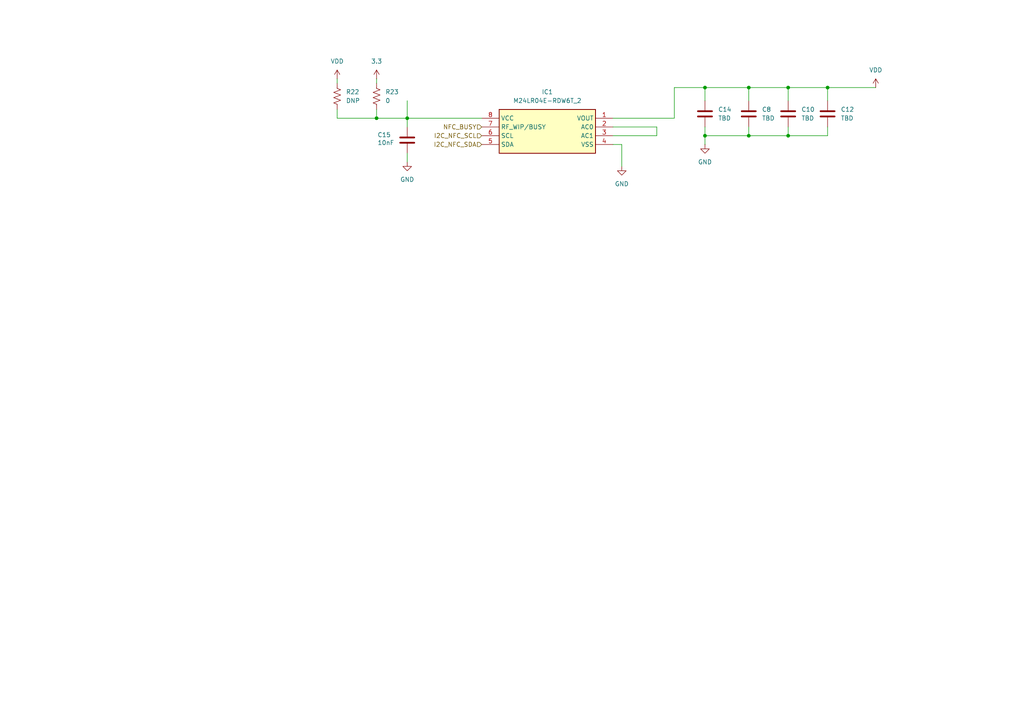
<source format=kicad_sch>
(kicad_sch (version 20231120) (generator "eeschema") (generator_version "8.0")
  (paper "A4")
  (lib_symbols
    (symbol "C_1" (pin_numbers hide) (pin_names (offset 0.254))
      (property "Reference" "C" (at 0.635 2.54 0))
      (property "Value" "C" (at 0.635 -2.54 0))
      (symbol "C_1_0_1"
        (polyline (pts (xy -2.032 -0.762) (xy 2.032 -0.762)) (stroke (width 0.508)))
        (polyline (pts (xy -2.032 0.762) (xy 2.032 0.762)) (stroke (width 0.508)))
      )
      (symbol "C_1_1_1"
        (pin passive line (at 0 3.81 270) (length 2.794) (name "~") (number "1"))
        (pin passive line (at 0 -3.81 90) (length 2.794) (name "~") (number "2"))
      )
    )
    (symbol "Device:C" (pin_numbers hide) (pin_names (offset 0.254))
      (property "Reference" "C" (at 0.635 2.54 0))
      (property "Value" "C" (at 0.635 -2.54 0))
      (symbol "C_0_1"
        (polyline (pts (xy -2.032 -0.762) (xy 2.032 -0.762)) (stroke (width 0.508)))
        (polyline (pts (xy -2.032 0.762) (xy 2.032 0.762)) (stroke (width 0.508)))
      )
      (symbol "C_1_1"
        (pin passive line (at 0 3.81 270) (length 2.794) (name "~") (number "1"))
        (pin passive line (at 0 -3.81 90) (length 2.794) (name "~") (number "2"))
      )
    )
    (symbol "Device:R_US" (pin_numbers hide) (pin_names (offset 0))
      (property "Reference" "R" (at 2.54 0 90))
      (property "Value" "R_US" (at -2.54 0 90))
      (symbol "R_US_0_1"
        (polyline (pts (xy 0 -2.286) (xy 0 -2.54)))
        (polyline (pts (xy 0 2.286) (xy 0 2.54)))
        (polyline (pts (xy 0 -0.762) (xy 1.016 -1.143) (xy 0 -1.524) (xy -1.016 -1.905) (xy 0 -2.286)))
        (polyline (pts (xy 0 0.762) (xy 1.016 0.381) (xy 0 0) (xy -1.016 -0.381) (xy 0 -0.762)))
        (polyline (pts (xy 0 2.286) (xy 1.016 1.905) (xy 0 1.524) (xy -1.016 1.143) (xy 0 0.762)))
      )
      (symbol "R_US_1_1"
        (pin passive line (at 0 3.81 270) (length 1.27) (name "~") (number "1"))
        (pin passive line (at 0 -3.81 90) (length 1.27) (name "~") (number "2"))
      )
    )
    (symbol "SamacSys_Parts:M24LR04E-RDW6T_2"
      (property "Reference" "IC" (at 34.29 7.62 0))
      (property "Value" "M24LR04E-RDW6T_2" (at 34.29 5.08 0))
      (symbol "M24LR04E-RDW6T_2_1_1"
        (rectangle (start 5.08 2.54) (end 33.02 -10.16) (stroke (width 0.254)) (fill (type background)))
        (pin output line (at 0 0 0) (length 5.08) (name "VOUT") (number "1"))
        (pin passive line (at 0 -2.54 0) (length 5.08) (name "AC0") (number "2"))
        (pin passive line (at 0 -5.08 0) (length 5.08) (name "AC1") (number "3"))
        (pin power_in line (at 0 -7.62 0) (length 5.08) (name "VSS") (number "4"))
        (pin passive line (at 38.1 -7.62 180) (length 5.08) (name "SDA") (number "5"))
        (pin passive line (at 38.1 -5.08 180) (length 5.08) (name "SCL") (number "6"))
        (pin passive line (at 38.1 -2.54 180) (length 5.08) (name "RF_WIP/BUSY") (number "7"))
        (pin power_in line (at 38.1 0 180) (length 5.08) (name "VCC") (number "8"))
      )
    )
    (symbol "power:GND" (power) (pin_numbers hide) (pin_names (offset 0) hide)
      (property "Value" "GND" (at 0 -3.81 0))
      (symbol "GND_0_1"
        (polyline (pts (xy 0 0) (xy 0 -1.27) (xy 1.27 -1.27) (xy 0 -2.54) (xy -1.27 -1.27) (xy 0 -1.27)))
      )
      (symbol "GND_1_1"
        (pin power_in line (at 0 0 270) (length 0) (name "~") (number "1"))
      )
    )
    (symbol "power:VCC" (power) (pin_numbers hide) (pin_names (offset 0) hide)
      (property "Value" "VCC" (at 0 3.556 0))
      (symbol "VCC_0_1"
        (polyline (pts (xy -0.762 1.27) (xy 0 2.54)))
        (polyline (pts (xy 0 0) (xy 0 2.54)))
        (polyline (pts (xy 0 2.54) (xy 0.762 1.27)))
      )
      (symbol "VCC_1_1"
        (pin power_in line (at 0 0 90) (length 0) (name "~") (number "1"))
      )
    )
  )
  (junction (at 118.11 34.29))
  (junction (at 204.47 25.4))
  (junction (at 240.03 25.4))
  (junction (at 204.47 39.37))
  (junction (at 217.17 25.4))
  (junction (at 217.17 39.37))
  (junction (at 109.22 34.29))
  (junction (at 228.6 25.4))
  (junction (at 228.6 39.37))
  (wire (pts (xy 118.11 34.29) (xy 118.11 36.83)))
  (wire (pts (xy 177.8 39.37) (xy 190.5 39.37)))
  (wire (pts (xy 228.6 36.83) (xy 228.6 39.37)))
  (wire (pts (xy 228.6 29.21) (xy 228.6 25.4)))
  (wire (pts (xy 109.22 22.86) (xy 109.22 24.13)))
  (wire (pts (xy 240.03 29.21) (xy 240.03 25.4)))
  (wire (pts (xy 217.17 39.37) (xy 228.6 39.37)))
  (wire (pts (xy 204.47 39.37) (xy 217.17 39.37)))
  (wire (pts (xy 204.47 39.37) (xy 204.47 41.91)))
  (wire (pts (xy 204.47 25.4) (xy 217.17 25.4)))
  (wire (pts (xy 109.22 34.29) (xy 109.22 31.75)))
  (wire (pts (xy 97.79 34.29) (xy 97.79 31.75)))
  (wire (pts (xy 228.6 25.4) (xy 240.03 25.4)))
  (wire (pts (xy 118.11 44.45) (xy 118.11 46.99)))
  (wire (pts (xy 217.17 25.4) (xy 228.6 25.4)))
  (wire (pts (xy 118.11 34.29) (xy 139.7 34.29)))
  (wire (pts (xy 217.17 39.37) (xy 217.17 36.83)))
  (wire (pts (xy 180.34 41.91) (xy 177.8 41.91)))
  (wire (pts (xy 195.58 34.29) (xy 177.8 34.29)))
  (wire (pts (xy 177.8 36.83) (xy 190.5 36.83)))
  (wire (pts (xy 217.17 29.21) (xy 217.17 25.4)))
  (wire (pts (xy 118.11 34.29) (xy 109.22 34.29)))
  (wire (pts (xy 118.11 29.21) (xy 118.11 34.29)))
  (wire (pts (xy 97.79 22.86) (xy 97.79 24.13)))
  (wire (pts (xy 228.6 39.37) (xy 240.03 39.37)))
  (wire (pts (xy 195.58 25.4) (xy 204.47 25.4)))
  (wire (pts (xy 204.47 36.83) (xy 204.47 39.37)))
  (wire (pts (xy 190.5 36.83) (xy 190.5 39.37)))
  (wire (pts (xy 240.03 39.37) (xy 240.03 36.83)))
  (wire (pts (xy 180.34 48.26) (xy 180.34 41.91)))
  (wire (pts (xy 204.47 29.21) (xy 204.47 25.4)))
  (wire (pts (xy 109.22 34.29) (xy 97.79 34.29)))
  (wire (pts (xy 195.58 25.4) (xy 195.58 34.29)))
  (wire (pts (xy 240.03 25.4) (xy 254 25.4)))
  (hierarchical_label "I2C_NFC_SDA" (shape input) (at 139.7 41.91 180))
  (hierarchical_label "NFC_BUSY" (shape input) (at 139.7 36.83 180))
  (hierarchical_label "I2C_NFC_SCL" (shape input) (at 139.7 39.37 180))
  (symbol (lib_id "Device:C") (at 240.03 33.02 0) (unit 1)
    (property "Reference" "C12" (at 243.84 31.7499 0) (effects (justify left)))
    (property "Value" "TBD" (at 243.84 34.2899 0) (effects (justify left)))
    (property "Description" "Unpolarized capacitor" (effects (hide yes)))
  )
  (symbol (lib_id "power:VCC") (at 109.22 22.86 0) (unit 1)
    (property "Reference" "#PWR011" (effects (hide yes)))
    (property "Value" "3.3" (at 109.22 17.78 0))
    (property "Description" "Power symbol creates a global label with name \"VCC\"" (effects (hide yes)))
  )
  (symbol (lib_id "Device:C") (at 118.11 40.64 0) (unit 1)
    (property "Reference" "C15" (at 109.474 39.116 0) (effects (justify left)))
    (property "Value" "10nF" (at 109.474 41.402 0) (effects (justify left)))
    (property "Description" "Unpolarized capacitor" (effects (hide yes)))
  )
  (symbol (lib_id "Device:C") (at 217.17 33.02 0) (unit 1)
    (property "Reference" "C8" (at 220.98 31.7499 0) (effects (justify left)))
    (property "Value" "TBD" (at 220.98 34.2899 0) (effects (justify left)))
    (property "Description" "Unpolarized capacitor" (effects (hide yes)))
  )
  (symbol (lib_id "SamacSys_Parts:M24LR04E-RDW6T_2") (at 177.8 34.29 0) (mirror y) (unit 1)
    (property "Reference" "IC1" (at 158.75 26.67 0))
    (property "Value" "M24LR04E-RDW6T_2" (at 158.75 29.21 0))
    (property "Footprint" "SOP65P640X120-8N" (effects (hide yes)))
    (property "Datasheet" "http://www.st.com/web/en/resource/technical/document/datasheet/DM00038059.pdf" (effects (hide yes)))
    (property "Height" "1.2" (effects (hide yes)))
    (property "Mouser Part Number" "511-M24LR04E-RDW6T/2" (effects (hide yes)))
    (property "Mouser Price/Stock" "https://www.mouser.co.uk/ProductDetail/STMicroelectronics/M24LR04E-RDW6T-2?qs=pqHpkKcI5TT6ckyo%2FD02Hg%3D%3D" (effects (hide yes)))
    (property "Manufacturer_Name" "STMicroelectronics" (effects (hide yes)))
    (property "Manufacturer_Part_Number" "M24LR04E-RDW6T/2" (effects (hide yes)))
  )
  (symbol (lib_id "Device:R_US") (at 97.79 27.94 180) (unit 1)
    (property "Reference" "R22" (at 100.33 26.6699 0) (effects (justify right)))
    (property "Value" "DNP" (at 100.33 29.2099 0) (effects (justify right)))
    (property "Footprint" "Resistor_SMD:R_0603_1608Metric_Pad0.98x0.95mm_HandSolder" (effects (hide yes)))
    (property "Datasheet" "https://www.yageo.com/upload/media/product/products/datasheet/rchip/PYu-RC_Group_51_RoHS_L_12.pdf" (effects (hide yes)))
    (property "Description" "Resistor, US symbol" (effects (hide yes)))
    (property "MANUFACTURER PART NUMBER" "RC0603JR-070RL" (effects (hide yes)))
  )
  (symbol (lib_name "C_1") (lib_id "Device:C") (at 204.47 33.02 0) (unit 1)
    (property "Reference" "C14" (at 208.28 31.7499 0) (effects (justify left)))
    (property "Value" "TBD" (at 208.28 34.2899 0) (effects (justify left)))
    (property "Description" "Unpolarized capacitor" (effects (hide yes)))
  )
  (symbol (lib_id "power:GND") (at 118.11 46.99 0) (unit 1)
    (property "Reference" "#PWR019" (effects (hide yes)))
    (property "Value" "GND" (at 118.11 52.07 0))
    (property "Description" "Power symbol creates a global label with name \"GND\" , ground" (effects (hide yes)))
  )
  (symbol (lib_id "power:GND") (at 180.34 48.26 0) (unit 1)
    (property "Reference" "#PWR06" (effects (hide yes)))
    (property "Value" "GND" (at 180.34 53.34 0))
    (property "Description" "Power symbol creates a global label with name \"GND\" , ground" (effects (hide yes)))
  )
  (symbol (lib_id "power:VCC") (at 97.79 22.86 0) (unit 1)
    (property "Reference" "#PWR021" (effects (hide yes)))
    (property "Value" "VDD" (at 97.79 17.78 0))
    (property "Description" "Power symbol creates a global label with name \"VCC\"" (effects (hide yes)))
  )
  (symbol (lib_id "Device:R_US") (at 109.22 27.94 180) (unit 1)
    (property "Reference" "R23" (at 111.76 26.6699 0) (effects (justify right)))
    (property "Value" "0" (at 111.76 29.2099 0) (effects (justify right)))
    (property "Footprint" "Resistor_SMD:R_0603_1608Metric_Pad0.98x0.95mm_HandSolder" (effects (hide yes)))
    (property "Datasheet" "https://www.yageo.com/upload/media/product/products/datasheet/rchip/PYu-RC_Group_51_RoHS_L_12.pdf" (effects (hide yes)))
    (property "Description" "Resistor, US symbol" (effects (hide yes)))
    (property "MANUFACTURER PART NUMBER" "RC0603JR-070RL" (effects (hide yes)))
  )
  (symbol (lib_id "power:VCC") (at 254 25.4 0) (unit 1)
    (property "Reference" "#PWR010" (effects (hide yes)))
    (property "Value" "VDD" (at 254 20.32 0))
    (property "Description" "Power symbol creates a global label with name \"VCC\"" (effects (hide yes)))
  )
  (symbol (lib_id "power:GND") (at 204.47 41.91 0) (unit 1)
    (property "Reference" "#PWR018" (effects (hide yes)))
    (property "Value" "GND" (at 204.47 46.99 0))
    (property "Description" "Power symbol creates a global label with name \"GND\" , ground" (effects (hide yes)))
  )
  (symbol (lib_id "Device:C") (at 228.6 33.02 0) (unit 1)
    (property "Reference" "C10" (at 232.41 31.7499 0) (effects (justify left)))
    (property "Value" "TBD" (at 232.41 34.2899 0) (effects (justify left)))
    (property "Description" "Unpolarized capacitor" (effects (hide yes)))
  )
)
</source>
